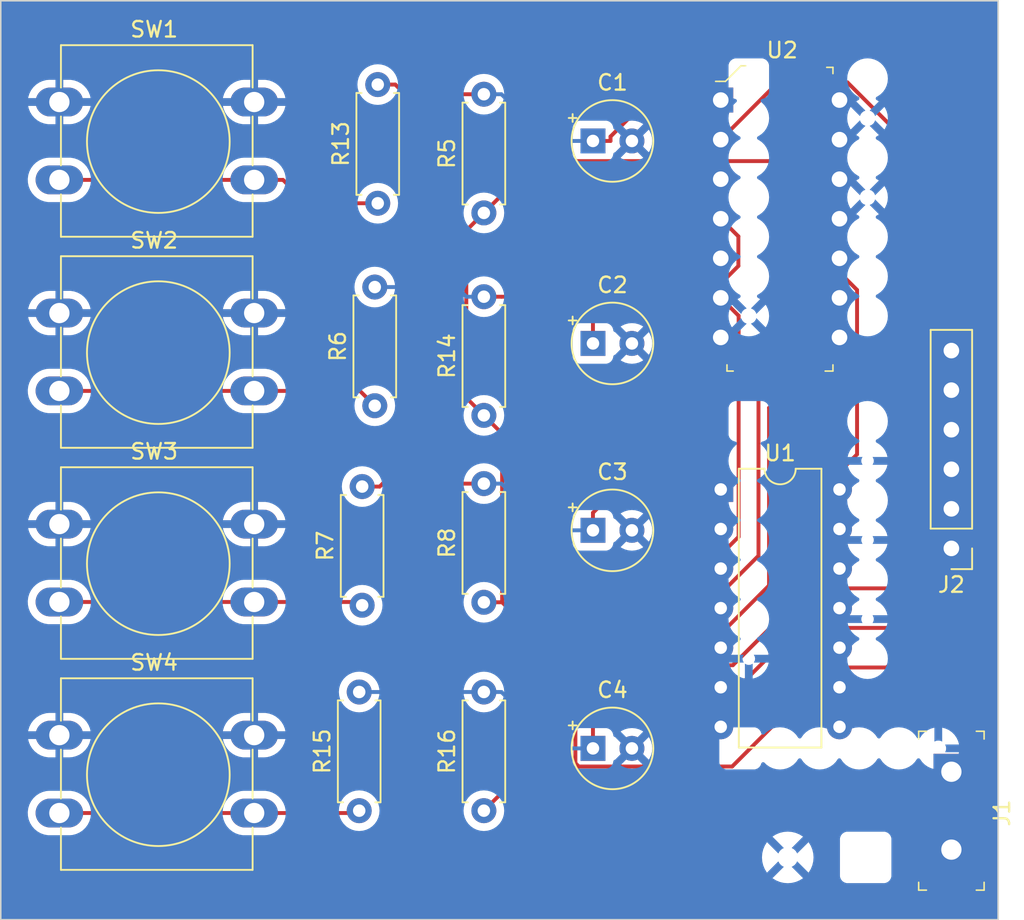
<source format=kicad_pcb>
(kicad_pcb (version 20221018) (generator pcbnew)
  (layers (0 "F.Cu" signal) (31 "B.Cu" power) (34 "B.Paste" user) (35 "F.Paste" user) (36 "B.SilkS" user "B.Silkscreen") (37 "F.SilkS" user "F.Silkscreen") (38 "B.Mask" user) (39 "F.Mask" user) (44 "Edge.Cuts" user))
  (net 0 "")
  (net 1 "GND")
  (net 2 "+5V")
  (net 3 "/SW1")
  (net 4 "/SW2")
  (net 5 "/SW3")
  (net 6 "/SW4")
  (net 7 "Net-(R6-Pad1)")
  (net 8 "Net-(R7-Pad1)")
  (net 9 "Net-(R13-Pad1)")
  (net 10 "Net-(R15-Pad1)")
  (net 12 "/SW3_debounced")
  (net 13 "/SW4_debounced")
  (net 19 "Net-(J2-Pin_1)")
  (net 20 "Net-(U2-2Y)")
  (net 21 "Net-(J2-Pin_2)")
  (net 22 "Net-(J2-Pin_3)")
  (net 23 "Net-(J2-Pin_5)")
  (footprint "Resistor_THT:R_Axial_DIN0207_L6.3mm_D2.5mm_P7.62mm_Horizontal" (layer "F.Cu") (at 75.19 63 90)
    (fp_text reference "R13" (at 3.81 -2.37 90) (layer "F.SilkS"))
    (fp_text value "10k")
    (fp_line (start 0.54 -1.37) (end 7.08 -1.37) (stroke (width 0.12)) (layer "F.SilkS"))
    (fp_line (start 0.54 -1.04) (end 0.54 -1.37) (stroke (width 0.12)) (layer "F.SilkS"))
    (fp_line (start 0.54 1.04) (end 0.54 1.37) (stroke (width 0.12)) (layer "F.SilkS"))
    (fp_line (start 0.54 1.37) (end 7.08 1.37) (stroke (width 0.12)) (layer "F.SilkS"))
    (fp_line (start 7.08 -1.37) (end 7.08 -1.04) (stroke (width 0.12)) (layer "F.SilkS"))
    (fp_line (start 7.08 1.37) (end 7.08 1.04) (stroke (width 0.12)) (layer "F.SilkS"))
    (pad "1" thru_hole circle (at 0 0 90) (size 1.6 1.6) (drill 0.8) (layers "*.Cu" "*.Mask") (net 9 "Net-(R13-Pad1)"))
    (pad "2" thru_hole oval (at 7.62 0 90) (size 1.6 1.6) (drill 0.8) (layers "*.Cu" "*.Mask") (net 3 "/SW1"))
  )
  (footprint "Capacitor_THT:CP_Radial_Tantal_D5.0mm_P2.50mm" (layer "F.Cu") (at 89 84)
    (fp_text reference "C3" (at 1.25 -3.75) (layer "F.SilkS"))
    (fp_text value "1uF")
    (fp_line (start -1.554775 -1.475) (end -1.054775 -1.475) (stroke (width 0.12)) (layer "F.SilkS"))
    (fp_line (start -1.304775 -1.725) (end -1.304775 -1.225) (stroke (width 0.12)) (layer "F.SilkS"))
    (fp_circle (center 1.25 0) (end 3.87 0) (stroke (width 0.12)) (fill none) (layer "F.SilkS"))
    (pad "1" thru_hole rect (at 0 0) (size 1.6 1.6) (drill 0.8) (layers "*.Cu" "*.Mask") (net 5 "/SW3"))
    (pad "2" thru_hole circle (at 2.5 0) (size 1.6 1.6) (drill 0.8) (layers "*.Cu" "*.Mask") (net 1 "GND"))
  )
  (footprint "Connector_PinHeader_2.54mm:PinHeader_1x06_P2.54mm_Vertical" (layer "F.Cu") (at 112 85.16 180)
    (fp_text reference "J2" (at 0 -2.33) (layer "F.SilkS"))
    (fp_text value "Conn_01x06")
    (fp_line (start -1.33 -1.33) (end 0 -1.33) (stroke (width 0.12)) (layer "F.SilkS"))
    (fp_line (start -1.33 0) (end -1.33 -1.33) (stroke (width 0.12)) (layer "F.SilkS"))
    (fp_line (start -1.33 1.27) (end -1.33 14.03) (stroke (width 0.12)) (layer "F.SilkS"))
    (fp_line (start -1.33 1.27) (end 1.33 1.27) (stroke (width 0.12)) (layer "F.SilkS"))
    (fp_line (start -1.33 14.03) (end 1.33 14.03) (stroke (width 0.12)) (layer "F.SilkS"))
    (fp_line (start 1.33 1.27) (end 1.33 14.03) (stroke (width 0.12)) (layer "F.SilkS"))
    (pad "1" thru_hole rect (at 0 0 180) (size 1.7 1.7) (drill 1) (layers "*.Cu" "*.Mask") (net 19 "Net-(J2-Pin_1)"))
    (pad "2" thru_hole oval (at 0 2.54 180) (size 1.7 1.7) (drill 1) (layers "*.Cu" "*.Mask") (net 21 "Net-(J2-Pin_2)"))
    (pad "3" thru_hole oval (at 0 5.08 180) (size 1.7 1.7) (drill 1) (layers "*.Cu" "*.Mask") (net 22 "Net-(J2-Pin_3)"))
    (pad "4" thru_hole oval (at 0 7.62 180) (size 1.7 1.7) (drill 1) (layers "*.Cu" "*.Mask"))
    (pad "5" thru_hole oval (at 0 10.16 180) (size 1.7 1.7) (drill 1) (layers "*.Cu" "*.Mask") (net 23 "Net-(J2-Pin_5)"))
    (pad "6" thru_hole oval (at 0 12.7 180) (size 1.7 1.7) (drill 1) (layers "*.Cu" "*.Mask") (net 1 "GND"))
  )
  (footprint "Capacitor_THT:CP_Radial_Tantal_D5.0mm_P2.50mm" (layer "F.Cu") (at 89 72)
    (fp_text reference "C2" (at 1.25 -3.75) (layer "F.SilkS"))
    (fp_text value "1uF")
    (fp_line (start -1.554775 -1.475) (end -1.054775 -1.475) (stroke (width 0.12)) (layer "F.SilkS"))
    (fp_line (start -1.304775 -1.725) (end -1.304775 -1.225) (stroke (width 0.12)) (layer "F.SilkS"))
    (fp_circle (center 1.25 0) (end 3.87 0) (stroke (width 0.12)) (fill none) (layer "F.SilkS"))
    (pad "1" thru_hole rect (at 0 0) (size 1.6 1.6) (drill 0.8) (layers "*.Cu" "*.Mask") (net 4 "/SW2"))
    (pad "2" thru_hole circle (at 2.5 0) (size 1.6 1.6) (drill 0.8) (layers "*.Cu" "*.Mask") (net 1 "GND"))
  )
  (footprint "Capacitor_THT:CP_Radial_Tantal_D5.0mm_P2.50mm" (layer "F.Cu") (at 89 59)
    (fp_text reference "C1" (at 1.25 -3.75) (layer "F.SilkS"))
    (fp_text value "1uF")
    (fp_line (start -1.554775 -1.475) (end -1.054775 -1.475) (stroke (width 0.12)) (layer "F.SilkS"))
    (fp_line (start -1.304775 -1.725) (end -1.304775 -1.225) (stroke (width 0.12)) (layer "F.SilkS"))
    (fp_circle (center 1.25 0) (end 3.87 0) (stroke (width 0.12)) (fill none) (layer "F.SilkS"))
    (pad "1" thru_hole rect (at 0 0) (size 1.6 1.6) (drill 0.8) (layers "*.Cu" "*.Mask") (net 3 "/SW1"))
    (pad "2" thru_hole circle (at 2.5 0) (size 1.6 1.6) (drill 0.8) (layers "*.Cu" "*.Mask") (net 1 "GND"))
  )
  (footprint "Button_Switch_THT:SW_PUSH-12mm" (layer "F.Cu") (at 54.76 97.15)
    (fp_text reference "SW4" (at 6.08 -4.66) (layer "F.SilkS"))
    (fp_text value "SW_Push")
    (fp_line (start 0.1 -3.65) (end 12.4 -3.65) (stroke (width 0.12)) (layer "F.SilkS"))
    (fp_line (start 0.1 -0.93) (end 0.1 -3.65) (stroke (width 0.12)) (layer "F.SilkS"))
    (fp_line (start 0.1 4.07) (end 0.1 0.93) (stroke (width 0.12)) (layer "F.SilkS"))
    (fp_line (start 0.1 8.65) (end 0.1 5.93) (stroke (width 0.12)) (layer "F.SilkS"))
    (fp_line (start 12.4 -3.65) (end 12.4 -0.93) (stroke (width 0.12)) (layer "F.SilkS"))
    (fp_line (start 12.4 0.93) (end 12.4 4.07) (stroke (width 0.12)) (layer "F.SilkS"))
    (fp_line (start 12.4 5.93) (end 12.4 8.65) (stroke (width 0.12)) (layer "F.SilkS"))
    (fp_line (start 12.4 8.65) (end 0.1 8.65) (stroke (width 0.12)) (layer "F.SilkS"))
    (fp_circle (center 6.35 2.54) (end 10.16 5.08) (stroke (width 0.12)) (fill none) (layer "F.SilkS"))
    (pad "1" thru_hole oval (at 0 0) (size 3.048 1.85) (drill 1.3) (layers "*.Cu" "*.Mask") (net 1 "GND"))
    (pad "1" thru_hole oval (at 12.5 0) (size 3.048 1.85) (drill 1.3) (layers "*.Cu" "*.Mask") (net 1 "GND"))
    (pad "2" thru_hole oval (at 0 5) (size 3.048 1.85) (drill 1.3) (layers "*.Cu" "*.Mask") (net 10 "Net-(R15-Pad1)"))
    (pad "2" thru_hole oval (at 12.5 5) (size 3.048 1.85) (drill 1.3) (layers "*.Cu" "*.Mask") (net 10 "Net-(R15-Pad1)"))
  )
  (footprint "Resistor_THT:R_Axial_DIN0207_L6.3mm_D2.5mm_P7.62mm_Horizontal" (layer "F.Cu") (at 82 76.62 90)
    (fp_text reference "R14" (at 3.81 -2.37 90) (layer "F.SilkS"))
    (fp_text value "100k")
    (fp_line (start 0.54 -1.37) (end 7.08 -1.37) (stroke (width 0.12)) (layer "F.SilkS"))
    (fp_line (start 0.54 -1.04) (end 0.54 -1.37) (stroke (width 0.12)) (layer "F.SilkS"))
    (fp_line (start 0.54 1.04) (end 0.54 1.37) (stroke (width 0.12)) (layer "F.SilkS"))
    (fp_line (start 0.54 1.37) (end 7.08 1.37) (stroke (width 0.12)) (layer "F.SilkS"))
    (fp_line (start 7.08 -1.37) (end 7.08 -1.04) (stroke (width 0.12)) (layer "F.SilkS"))
    (fp_line (start 7.08 1.37) (end 7.08 1.04) (stroke (width 0.12)) (layer "F.SilkS"))
    (pad "1" thru_hole circle (at 0 0 90) (size 1.6 1.6) (drill 0.8) (layers "*.Cu" "*.Mask") (net 2 "+5V"))
    (pad "2" thru_hole oval (at 7.62 0 90) (size 1.6 1.6) (drill 0.8) (layers "*.Cu" "*.Mask") (net 4 "/SW2"))
  )
  (footprint "Package_DIP:DIP-14_W7.62mm" (layer "F.Cu") (at 97.2 81.375)
    (fp_text reference "U1" (at 3.81 -2.33) (layer "F.SilkS"))
    (fp_text value "74LS06")
    (fp_line (start 1.16 -1.33) (end 1.16 16.57) (stroke (width 0.12)) (layer "F.SilkS"))
    (fp_line (start 1.16 16.57) (end 6.46 16.57) (stroke (width 0.12)) (layer "F.SilkS"))
    (fp_line (start 2.81 -1.33) (end 1.16 -1.33) (stroke (width 0.12)) (layer "F.SilkS"))
    (fp_line (start 6.46 -1.33) (end 4.81 -1.33) (stroke (width 0.12)) (layer "F.SilkS"))
    (fp_line (start 6.46 16.57) (end 6.46 -1.33) (stroke (width 0.12)) (layer "F.SilkS"))
    (fp_arc (start 4.81 -1.33) (mid 3.81 -0.33) (end 2.81 -1.33) (stroke (width 0.12)) (layer "F.SilkS"))
    (pad "1" thru_hole rect (at 0 0) (size 1.6 1.6) (drill 0.8) (layers "*.Cu" "*.Mask") (net 20 "Net-(U2-2Y)"))
    (pad "2" thru_hole oval (at 0 2.54) (size 1.6 1.6) (drill 0.8) (layers "*.Cu" "*.Mask") (net 21 "Net-(J2-Pin_2)"))
    (pad "3" thru_hole oval (at 0 5.08) (size 1.6 1.6) (drill 0.8) (layers "*.Cu" "*.Mask") (net 12 "/SW3_debounced"))
    (pad "4" thru_hole oval (at 0 7.62) (size 1.6 1.6) (drill 0.8) (layers "*.Cu" "*.Mask") (net 22 "Net-(J2-Pin_3)"))
    (pad "5" thru_hole oval (at 0 10.16) (size 1.6 1.6) (drill 0.8) (layers "*.Cu" "*.Mask") (net 13 "/SW4_debounced"))
    (pad "6" thru_hole oval (at 0 12.7) (size 1.6 1.6) (drill 0.8) (layers "*.Cu" "*.Mask") (net 23 "Net-(J2-Pin_5)"))
    (pad "7" thru_hole oval (at 0 15.24) (size 1.6 1.6) (drill 0.8) (layers "*.Cu" "*.Mask") (net 1 "GND"))
    (pad "8" thru_hole oval (at 7.62 15.24) (size 1.6 1.6) (drill 0.8) (layers "*.Cu" "*.Mask"))
    (pad "9" thru_hole oval (at 7.62 12.7) (size 1.6 1.6) (drill 0.8) (layers "*.Cu" "*.Mask") (net 1 "GND"))
    (pad "10" thru_hole oval (at 7.62 10.16) (size 1.6 1.6) (drill 0.8) (layers "*.Cu" "*.Mask"))
    (pad "11" thru_hole oval (at 7.62 7.62) (size 1.6 1.6) (drill 0.8) (layers "*.Cu" "*.Mask") (net 1 "GND"))
    (pad "12" thru_hole oval (at 7.62 5.08) (size 1.6 1.6) (drill 0.8) (layers "*.Cu" "*.Mask"))
    (pad "13" thru_hole oval (at 7.62 2.54) (size 1.6 1.6) (drill 0.8) (layers "*.Cu" "*.Mask") (net 1 "GND"))
    (pad "14" thru_hole oval (at 7.62 0) (size 1.6 1.6) (drill 0.8) (layers "*.Cu" "*.Mask") (net 2 "+5V"))
  )
  (footprint "Button_Switch_THT:SW_PUSH-12mm" (layer "F.Cu") (at 54.76 56.5)
    (fp_text reference "SW1" (at 6.08 -4.66) (layer "F.SilkS"))
    (fp_text value "SW_Push")
    (fp_line (start 0.1 -3.65) (end 12.4 -3.65) (stroke (width 0.12)) (layer "F.SilkS"))
    (fp_line (start 0.1 -0.93) (end 0.1 -3.65) (stroke (width 0.12)) (layer "F.SilkS"))
    (fp_line (start 0.1 4.07) (end 0.1 0.93) (stroke (width 0.12)) (layer "F.SilkS"))
    (fp_line (start 0.1 8.65) (end 0.1 5.93) (stroke (width 0.12)) (layer "F.SilkS"))
    (fp_line (start 12.4 -3.65) (end 12.4 -0.93) (stroke (width 0.12)) (layer "F.SilkS"))
    (fp_line (start 12.4 0.93) (end 12.4 4.07) (stroke (width 0.12)) (layer "F.SilkS"))
    (fp_line (start 12.4 5.93) (end 12.4 8.65) (stroke (width 0.12)) (layer "F.SilkS"))
    (fp_line (start 12.4 8.65) (end 0.1 8.65) (stroke (width 0.12)) (layer "F.SilkS"))
    (fp_circle (center 6.35 2.54) (end 10.16 5.08) (stroke (width 0.12)) (fill none) (layer "F.SilkS"))
    (pad "1" thru_hole oval (at 0 0) (size 3.048 1.85) (drill 1.3) (layers "*.Cu" "*.Mask") (net 1 "GND"))
    (pad "1" thru_hole oval (at 12.5 0) (size 3.048 1.85) (drill 1.3) (layers "*.Cu" "*.Mask") (net 1 "GND"))
    (pad "2" thru_hole oval (at 0 5) (size 3.048 1.85) (drill 1.3) (layers "*.Cu" "*.Mask") (net 9 "Net-(R13-Pad1)"))
    (pad "2" thru_hole oval (at 12.5 5) (size 3.048 1.85) (drill 1.3) (layers "*.Cu" "*.Mask") (net 9 "Net-(R13-Pad1)"))
  )
  (footprint "Resistor_THT:R_Axial_DIN0207_L6.3mm_D2.5mm_P7.62mm_Horizontal" (layer "F.Cu") (at 74.19 88.81 90)
    (fp_text reference "R7" (at 3.81 -2.37 90) (layer "F.SilkS"))
    (fp_text value "10k")
    (fp_line (start 0.54 -1.37) (end 7.08 -1.37) (stroke (width 0.12)) (layer "F.SilkS"))
    (fp_line (start 0.54 -1.04) (end 0.54 -1.37) (stroke (width 0.12)) (layer "F.SilkS"))
    (fp_line (start 0.54 1.04) (end 0.54 1.37) (stroke (width 0.12)) (layer "F.SilkS"))
    (fp_line (start 0.54 1.37) (end 7.08 1.37) (stroke (width 0.12)) (layer "F.SilkS"))
    (fp_line (start 7.08 -1.37) (end 7.08 -1.04) (stroke (width 0.12)) (layer "F.SilkS"))
    (fp_line (start 7.08 1.37) (end 7.08 1.04) (stroke (width 0.12)) (layer "F.SilkS"))
    (pad "1" thru_hole circle (at 0 0 90) (size 1.6 1.6) (drill 0.8) (layers "*.Cu" "*.Mask") (net 8 "Net-(R7-Pad1)"))
    (pad "2" thru_hole oval (at 7.62 0 90) (size 1.6 1.6) (drill 0.8) (layers "*.Cu" "*.Mask") (net 5 "/SW3"))
  )
  (footprint "digikey-footprints:Terminal_Block_D1.3mm_P5mm" (layer "F.Cu") (at 112 99.5 -90)
    (fp_text reference "J1" (at 2.65 -3.25 -270) (layer "F.SilkS"))
    (fp_text value "1935161")
    (fp_line (start -2.6 -2.1) (end -2.6 -1.6) (stroke (width 0.1)) (layer "F.SilkS"))
    (fp_line (start -2.6 -2.1) (end -2.1 -2.1) (stroke (width 0.1)) (layer "F.SilkS"))
    (fp_line (start -2.6 2.1) (end -2.6 1.6) (stroke (width 0.1)) (layer "F.SilkS"))
    (fp_line (start -2.6 2.1) (end -2.1 2.1) (stroke (width 0.1)) (layer "F.SilkS"))
    (fp_line (start 7.6 -2.1) (end 7.1 -2.1) (stroke (width 0.1)) (layer "F.SilkS"))
    (fp_line (start 7.6 -2.1) (end 7.6 -1.6) (stroke (width 0.1)) (layer "F.SilkS"))
    (fp_line (start 7.6 2.1) (end 7.1 2.1) (stroke (width 0.1)) (layer "F.SilkS"))
    (fp_line (start 7.6 2.1) (end 7.6 1.6) (stroke (width 0.1)) (layer "F.SilkS"))
    (pad "1" thru_hole rect (at 0 0 270) (size 2.3 2.3) (drill 1.3) (layers "*.Cu" "*.Mask") (net 2 "+5V"))
    (pad "2" thru_hole circle (at 5 0 270) (size 2.3 2.3) (drill 1.3) (layers "*.Cu" "*.Mask") (net 1 "GND"))
  )
  (footprint "Resistor_THT:R_Axial_DIN0207_L6.3mm_D2.5mm_P7.62mm_Horizontal" (layer "F.Cu") (at 82 63.62 90)
    (fp_text reference "R5" (at 3.81 -2.37 90) (layer "F.SilkS"))
    (fp_text value "100k")
    (fp_line (start 0.54 -1.37) (end 7.08 -1.37) (stroke (width 0.12)) (layer "F.SilkS"))
    (fp_line (start 0.54 -1.04) (end 0.54 -1.37) (stroke (width 0.12)) (layer "F.SilkS"))
    (fp_line (start 0.54 1.04) (end 0.54 1.37) (stroke (width 0.12)) (layer "F.SilkS"))
    (fp_line (start 0.54 1.37) (end 7.08 1.37) (stroke (width 0.12)) (layer "F.SilkS"))
    (fp_line (start 7.08 -1.37) (end 7.08 -1.04) (stroke (width 0.12)) (layer "F.SilkS"))
    (fp_line (start 7.08 1.37) (end 7.08 1.04) (stroke (width 0.12)) (layer "F.SilkS"))
    (pad "1" thru_hole circle (at 0 0 90) (size 1.6 1.6) (drill 0.8) (layers "*.Cu" "*.Mask") (net 2 "+5V"))
    (pad "2" thru_hole oval (at 7.62 0 90) (size 1.6 1.6) (drill 0.8) (layers "*.Cu" "*.Mask") (net 3 "/SW1"))
  )
  (footprint "Button_Switch_THT:SW_PUSH-12mm" (layer "F.Cu") (at 54.76 70.05)
    (fp_text reference "SW2" (at 6.08 -4.66) (layer "F.SilkS"))
    (fp_text value "SW_Push")
    (fp_line (start 0.1 -3.65) (end 12.4 -3.65) (stroke (width 0.12)) (layer "F.SilkS"))
    (fp_line (start 0.1 -0.93) (end 0.1 -3.65) (stroke (width 0.12)) (layer "F.SilkS"))
    (fp_line (start 0.1 4.07) (end 0.1 0.93) (stroke (width 0.12)) (layer "F.SilkS"))
    (fp_line (start 0.1 8.65) (end 0.1 5.93) (stroke (width 0.12)) (layer "F.SilkS"))
    (fp_line (start 12.4 -3.65) (end 12.4 -0.93) (stroke (width 0.12)) (layer "F.SilkS"))
    (fp_line (start 12.4 0.93) (end 12.4 4.07) (stroke (width 0.12)) (layer "F.SilkS"))
    (fp_line (start 12.4 5.93) (end 12.4 8.65) (stroke (width 0.12)) (layer "F.SilkS"))
    (fp_line (start 12.4 8.65) (end 0.1 8.65) (stroke (width 0.12)) (layer "F.SilkS"))
    (fp_circle (center 6.35 2.54) (end 10.16 5.08) (stroke (width 0.12)) (fill none) (layer "F.SilkS"))
    (pad "1" thru_hole oval (at 0 0) (size 3.048 1.85) (drill 1.3) (layers "*.Cu" "*.Mask") (net 1 "GND"))
    (pad "1" thru_hole oval (at 12.5 0) (size 3.048 1.85) (drill 1.3) (layers "*.Cu" "*.Mask") (net 1 "GND"))
    (pad "2" thru_hole oval (at 0 5) (size 3.048 1.85) (drill 1.3) (layers "*.Cu" "*.Mask") (net 7 "Net-(R6-Pad1)"))
    (pad "2" thru_hole oval (at 12.5 5) (size 3.048 1.85) (drill 1.3) (layers "*.Cu" "*.Mask") (net 7 "Net-(R6-Pad1)"))
  )
  (footprint "Capacitor_THT:CP_Radial_Tantal_D5.0mm_P2.50mm" (layer "F.Cu") (at 89 98)
    (fp_text reference "C4" (at 1.25 -3.75) (layer "F.SilkS"))
    (fp_text value "1uF")
    (fp_line (start -1.554775 -1.475) (end -1.054775 -1.475) (stroke (width 0.12)) (layer "F.SilkS"))
    (fp_line (start -1.304775 -1.725) (end -1.304775 -1.225) (stroke (width 0.12)) (layer "F.SilkS"))
    (fp_circle (center 1.25 0) (end 3.87 0) (stroke (width 0.12)) (fill none) (layer "F.SilkS"))
    (pad "1" thru_hole rect (at 0 0) (size 1.6 1.6) (drill 0.8) (layers "*.Cu" "*.Mask") (net 6 "/SW4"))
    (pad "2" thru_hole circle (at 2.5 0) (size 1.6 1.6) (drill 0.8) (layers "*.Cu" "*.Mask") (net 1 "GND"))
  )
  (footprint "Resistor_THT:R_Axial_DIN0207_L6.3mm_D2.5mm_P7.62mm_Horizontal" (layer "F.Cu") (at 82 88.62 90)
    (fp_text reference "R8" (at 3.81 -2.37 90) (layer "F.SilkS"))
    (fp_text value "100k")
    (fp_line (start 0.54 -1.37) (end 7.08 -1.37) (stroke (width 0.12)) (layer "F.SilkS"))
    (fp_line (start 0.54 -1.04) (end 0.54 -1.37) (stroke (width 0.12)) (layer "F.SilkS"))
    (fp_line (start 0.54 1.04) (end 0.54 1.37) (stroke (width 0.12)) (layer "F.SilkS"))
    (fp_line (start 0.54 1.37) (end 7.08 1.37) (stroke (width 0.12)) (layer "F.SilkS"))
    (fp_line (start 7.08 -1.37) (end 7.08 -1.04) (stroke (width 0.12)) (layer "F.SilkS"))
    (fp_line (start 7.08 1.37) (end 7.08 1.04) (stroke (width 0.12)) (layer "F.SilkS"))
    (pad "1" thru_hole circle (at 0 0 90) (size 1.6 1.6) (drill 0.8) (layers "*.Cu" "*.Mask") (net 2 "+5V"))
    (pad "2" thru_hole oval (at 7.62 0 90) (size 1.6 1.6) (drill 0.8) (layers "*.Cu" "*.Mask") (net 5 "/SW3"))
  )
  (footprint "digikey-footprints:DIP-14_W3mm" (layer "F.Cu") (at 97.2 56.375)
    (fp_text reference "U2" (at 3.94 -3.2) (layer "F.SilkS"))
    (fp_text value "SN74HC14N")
    (fp_line (start -0.08 -1.2) (end -0.33 -1.2) (stroke (width 0.1)) (layer "F.SilkS"))
    (fp_line (start 0.3 -1.2) (end -0.07 -1.2) (stroke (width 0.1)) (layer "F.SilkS"))
    (fp_line (start 0.4 17) (end 0.4 17.4) (stroke (width 0.1)) (layer "F.SilkS"))
    (fp_line (start 0.4 17.4) (end 0.8 17.4) (stroke (width 0.1)) (layer "F.SilkS"))
    (fp_line (start 1.3 -2.2) (end 0.3 -1.2) (stroke (width 0.1)) (layer "F.SilkS"))
    (fp_line (start 1.6 -2.2) (end 1.3 -2.2) (stroke (width 0.1)) (layer "F.SilkS"))
    (fp_line (start 6.7 17.4) (end 7.2 17.4) (stroke (width 0.1)) (layer "F.SilkS"))
    (fp_line (start 7.2 -2.1) (end 6.8 -2.1) (stroke (width 0.1)) (layer "F.SilkS"))
    (fp_line (start 7.2 -1.7) (end 7.2 -2.1) (stroke (width 0.1)) (layer "F.SilkS"))
    (fp_line (start 7.2 17.4) (end 7.2 17) (stroke (width 0.1)) (layer "F.SilkS"))
    (pad "1" thru_hole rect (at 0 0) (size 1.6 1.6) (drill 1) (layers "*.Cu" "*.Mask") (net 3 "/SW1"))
    (pad "2" thru_hole circle (at 0 2.54) (size 1.6 1.6) (drill 1) (layers "*.Cu" "*.Mask") (net 19 "Net-(J2-Pin_1)"))
    (pad "3" thru_hole circle (at 0 5.08) (size 1.6 1.6) (drill 1) (layers "*.Cu" "*.Mask") (net 4 "/SW2"))
    (pad "4" thru_hole circle (at 0 7.62) (size 1.6 1.6) (drill 1) (layers "*.Cu" "*.Mask") (net 20 "Net-(U2-2Y)"))
    (pad "5" thru_hole circle (at 0 10.16) (size 1.6 1.6) (drill 1) (layers "*.Cu" "*.Mask") (net 5 "/SW3"))
    (pad "6" thru_hole circle (at 0 12.7) (size 1.6 1.6) (drill 1) (layers "*.Cu" "*.Mask") (net 12 "/SW3_debounced"))
    (pad "7" thru_hole circle (at 0 15.24) (size 1.6 1.6) (drill 1) (layers "*.Cu" "*.Mask") (net 1 "GND"))
    (pad "8" thru_hole circle (at 7.62 15.24) (size 1.6 1.6) (drill 1) (layers "*.Cu" "*.Mask") (net 13 "/SW4_debounced"))
    (pad "9" thru_hole circle (at 7.62 12.7) (size 1.6 1.6) (drill 1) (layers "*.Cu" "*.Mask") (net 6 "/SW4"))
    (pad "10" thru_hole circle (at 7.62 10.16) (size 1.6 1.6) (drill 1) (layers "*.Cu" "*.Mask"))
    (pad "11" thru_hole circle (at 7.62 7.62) (size 1.6 1.6) (drill 1) (layers "*.Cu" "*.Mask") (net 1 "GND"))
    (pad "12" thru_hole circle (at 7.62 5.08) (size 1.6 1.6) (drill 1) (layers "*.Cu" "*.Mask"))
    (pad "13" thru_hole circle (at 7.62 2.54) (size 1.6 1.6) (drill 1) (layers "*.Cu" "*.Mask") (net 1 "GND"))
    (pad "14" thru_hole circle (at 7.62 0) (size 1.6 1.6) (drill 1) (layers "*.Cu" "*.Mask") (net 2 "+5V"))
  )
  (footprint "Resistor_THT:R_Axial_DIN0207_L6.3mm_D2.5mm_P7.62mm_Horizontal" (layer "F.Cu") (at 82 102 90)
    (fp_text reference "R16" (at 3.81 -2.37 90) (layer "F.SilkS"))
    (fp_text value "100k")
    (fp_line (start 0.54 -1.37) (end 7.08 -1.37) (stroke (width 0.12)) (layer "F.SilkS"))
    (fp_line (start 0.54 -1.04) (end 0.54 -1.37) (stroke (width 0.12)) (layer "F.SilkS"))
    (fp_line (start 0.54 1.04) (end 0.54 1.37) (stroke (width 0.12)) (layer "F.SilkS"))
    (fp_line (start 0.54 1.37) (end 7.08 1.37) (stroke (width 0.12)) (layer "F.SilkS"))
    (fp_line (start 7.08 -1.37) (end 7.08 -1.04) (stroke (width 0.12)) (layer "F.SilkS"))
    (fp_line (start 7.08 1.37) (end 7.08 1.04) (stroke (width 0.12)) (layer "F.SilkS"))
    (pad "1" thru_hole circle (at 0 0 90) (size 1.6 1.6) (drill 0.8) (layers "*.Cu" "*.Mask") (net 2 "+5V"))
    (pad "2" thru_hole oval (at 7.62 0 90) (size 1.6 1.6) (drill 0.8) (layers "*.Cu" "*.Mask") (net 6 "/SW4"))
  )
  (footprint "Resistor_THT:R_Axial_DIN0207_L6.3mm_D2.5mm_P7.62mm_Horizontal" (layer "F.Cu") (at 75 76 90)
    (fp_text reference "R6" (at 3.81 -2.37 90) (layer "F.SilkS"))
    (fp_text value "10k")
    (fp_line (start 0.54 -1.37) (end 7.08 -1.37) (stroke (width 0.12)) (layer "F.SilkS"))
    (fp_line (start 0.54 -1.04) (end 0.54 -1.37) (stroke (width 0.12)) (layer "F.SilkS"))
    (fp_line (start 0.54 1.04) (end 0.54 1.37) (stroke (width 0.12)) (layer "F.SilkS"))
    (fp_line (start 0.54 1.37) (end 7.08 1.37) (stroke (width 0.12)) (layer "F.SilkS"))
    (fp_line (start 7.08 -1.37) (end 7.08 -1.04) (stroke (width 0.12)) (layer "F.SilkS"))
    (fp_line (start 7.08 1.37) (end 7.08 1.04) (stroke (width 0.12)) (layer "F.SilkS"))
    (pad "1" thru_hole circle (at 0 0 90) (size 1.6 1.6) (drill 0.8) (layers "*.Cu" "*.Mask") (net 7 "Net-(R6-Pad1)"))
    (pad "2" thru_hole oval (at 7.62 0 90) (size 1.6 1.6) (drill 0.8) (layers "*.Cu" "*.Mask") (net 4 "/SW2"))
  )
  (footprint "Button_Switch_THT:SW_PUSH-12mm" (layer "F.Cu") (at 54.76 83.6)
    (fp_text reference "SW3" (at 6.08 -4.66) (layer "F.SilkS"))
    (fp_text value "SW_Push")
    (fp_line (start 0.1 -3.65) (end 12.4 -3.65) (stroke (width 0.12)) (layer "F.SilkS"))
    (fp_line (start 0.1 -0.93) (end 0.1 -3.65) (stroke (width 0.12)) (layer "F.SilkS"))
    (fp_line (start 0.1 4.07) (end 0.1 0.93) (stroke (width 0.12)) (layer "F.SilkS"))
    (fp_line (start 0.1 8.65) (end 0.1 5.93) (stroke (width 0.12)) (layer "F.SilkS"))
    (fp_line (start 12.4 -3.65) (end 12.4 -0.93) (stroke (width 0.12)) (layer "F.SilkS"))
    (fp_line (start 12.4 0.93) (end 12.4 4.07) (stroke (width 0.12)) (layer "F.SilkS"))
    (fp_line (start 12.4 5.93) (end 12.4 8.65) (stroke (width 0.12)) (layer "F.SilkS"))
    (fp_line (start 12.4 8.65) (end 0.1 8.65) (stroke (width 0.12)) (layer "F.SilkS"))
    (fp_circle (center 6.35 2.54) (end 10.16 5.08) (stroke (width 0.12)) (fill none) (layer "F.SilkS"))
    (pad "1" thru_hole oval (at 0 0) (size 3.048 1.85) (drill 1.3) (layers "*.Cu" "*.Mask") (net 1 "GND"))
    (pad "1" thru_hole oval (at 12.5 0) (size 3.048 1.85) (drill 1.3) (layers "*.Cu" "*.Mask") (net 1 "GND"))
    (pad "2" thru_hole oval (at 0 5) (size 3.048 1.85) (drill 1.3) (layers "*.Cu" "*.Mask") (net 8 "Net-(R7-Pad1)"))
    (pad "2" thru_hole oval (at 12.5 5) (size 3.048 1.85) (drill 1.3) (layers "*.Cu" "*.Mask") (net 8 "Net-(R7-Pad1)"))
  )
  (footprint "Resistor_THT:R_Axial_DIN0207_L6.3mm_D2.5mm_P7.62mm_Horizontal" (layer "F.Cu") (at 74 102 90)
    (fp_text reference "R15" (at 3.81 -2.37 90) (layer "F.SilkS"))
    (fp_text value "10k")
    (fp_line (start 0.54 -1.37) (end 7.08 -1.37) (stroke (width 0.12)) (layer "F.SilkS"))
    (fp_line (start 0.54 -1.04) (end 0.54 -1.37) (stroke (width 0.12)) (layer "F.SilkS"))
    (fp_line (start 0.54 1.04) (end 0.54 1.37) (stroke (width 0.12)) (layer "F.SilkS"))
    (fp_line (start 0.54 1.37) (end 7.08 1.37) (stroke (width 0.12)) (layer "F.SilkS"))
    (fp_line (start 7.08 -1.37) (end 7.08 -1.04) (stroke (width 0.12)) (layer "F.SilkS"))
    (fp_line (start 7.08 1.37) (end 7.08 1.04) (stroke (width 0.12)) (layer "F.SilkS"))
    (pad "1" thru_hole circle (at 0 0 90) (size 1.6 1.6) (drill 0.8) (layers "*.Cu" "*.Mask") (net 10 "Net-(R15-Pad1)"))
    (pad "2" thru_hole oval (at 7.62 0 90) (size 1.6 1.6) (drill 0.8) (layers "*.Cu" "*.Mask") (net 6 "/SW4"))
  )
  (gr_rect (start 51 50) (end 115 109) (stroke (width 0.1)) (fill none) (layer "Edge.Cuts"))
  (segment (start 101.3444 64.7121) (end 104.4373 67.805) (width 0.25) (layer "F.Cu") (net 2))
  (segment (start 104.82 81.375) (end 104.82 80.2481) (width 0.25) (layer "F.Cu") (net 2))
  (segment (start 80.8723 64.7477) (end 80.8723 75.4923) (width 0.25) (layer "F.Cu") (net 2))
  (segment (start 105.1852 67.805) (end 105.9472 68.567) (width 0.25) (layer "F.Cu") (net 2))
  (segment (start 101.3444 60.2923) (end 101.3444 64.7121) (width 0.25) (layer "F.Cu") (net 2))
  (segment (start 104.4373 67.805) (end 105.1852 67.805) (width 0.25) (layer "F.Cu") (net 2))
  (segment (start 101.3444 59.8506) (end 101.3444 60.2923) (width 0.25) (layer "F.Cu") (net 2))
  (segment (start 84.5 99.5) (end 82 102) (width 0.25) (layer "F.Cu") (net 2))
  (segment (start 84.6704 99.6704) (end 110.3527 99.6704) (width 0.25) (layer "F.Cu") (net 2))
  (segment (start 112 99.5) (end 110.5231 99.5) (width 0.25) (layer "F.Cu") (net 2))
  (segment (start 105.9472 79.1209) (end 104.82 80.2481) (width 0.25) (layer "F.Cu") (net 2))
  (segment (start 110.3527 99.6704) (end 110.5231 99.5) (width 0.25) (layer "F.Cu") (net 2))
  (segment (start 84.5 99.5) (end 84.6704 99.6704) (width 0.25) (layer "F.Cu") (net 2))
  (segment (start 85.3277 60.2923) (end 82 63.62) (width 0.25) (layer "F.Cu") (net 2))
  (segment (start 84.5 99.5) (end 84.5 89.9481) (width 0.25) (layer "F.Cu") (net 2))
  (segment (start 83.1719 77.7919) (end 82 76.62) (width 0.25) (layer "F.Cu") (net 2))
  (segment (start 105.9472 68.567) (end 105.9472 79.1209) (width 0.25) (layer "F.Cu") (net 2))
  (segment (start 80.8723 75.4923) (end 82 76.62) (width 0.25) (layer "F.Cu") (net 2))
  (segment (start 84.5 89.9481) (end 83.1719 88.62) (width 0.25) (layer "F.Cu") (net 2))
  (segment (start 104.82 56.375) (end 101.3444 59.8506) (width 0.25) (layer "F.Cu") (net 2))
  (segment (start 82 63.62) (end 80.8723 64.7477) (width 0.25) (layer "F.Cu") (net 2))
  (segment (start 83.1719 88.62) (end 83.1719 77.7919) (width 0.25) (layer "F.Cu") (net 2))
  (segment (start 83.1719 88.62) (end 82 88.62) (width 0.25) (layer "F.Cu") (net 2))
  (segment (start 101.3444 60.2923) (end 85.3277 60.2923) (width 0.25) (layer "F.Cu") (net 2))
  (segment (start 97.2 56.375) (end 92.4702 56.375) (width 0.25) (layer "F.Cu") (net 3))
  (segment (start 92.4702 56.375) (end 90.1269 58.7183) (width 0.25) (layer "F.Cu") (net 3))
  (segment (start 90.1269 58.7183) (end 90.1269 59) (width 0.25) (layer "F.Cu") (net 3))
  (segment (start 75.19 55.38) (end 76.3169 55.38) (width 0.25) (layer "F.Cu") (net 3))
  (segment (start 76.9369 56) (end 76.3169 55.38) (width 0.25) (layer "F.Cu") (net 3))
  (segment (start 89 59) (end 90.1269 59) (width 0.25) (layer "F.Cu") (net 3))
  (segment (start 82 56) (end 76.9369 56) (width 0.25) (layer "F.Cu") (net 3))
  (segment (start 82 56) (end 83.1269 56) (width 0.25) (layer "B.Cu") (net 3))
  (segment (start 86.1269 59) (end 83.1269 56) (width 0.25) (layer "B.Cu") (net 3))
  (segment (start 89 59) (end 86.1269 59) (width 0.25) (layer "B.Cu") (net 3))
  (segment (start 97.2 61.455) (end 89.655 69) (width 0.25) (layer "F.Cu") (net 4))
  (segment (start 89 69) (end 89 72) (width 0.25) (layer "F.Cu") (net 4))
  (segment (start 89 69) (end 83.1269 69) (width 0.25) (layer "F.Cu") (net 4))
  (segment (start 89.655 69) (end 89 69) (width 0.25) (layer "F.Cu") (net 4))
  (segment (start 82 69) (end 83.1269 69) (width 0.25) (layer "F.Cu") (net 4))
  (segment (start 80.2531 68.38) (end 80.8731 69) (width 0.25) (layer "B.Cu") (net 4))
  (segment (start 75 68.38) (end 80.2531 68.38) (width 0.25) (layer "B.Cu") (net 4))
  (segment (start 82 69) (end 80.8731 69) (width 0.25) (layer "B.Cu") (net 4))
  (segment (start 74.19 81.19) (end 75.3169 81.19) (width 0.25) (layer "F.Cu") (net 5))
  (segment (start 97.2 66.535) (end 93.1802 70.5548) (width 0.25) (layer "F.Cu") (net 5))
  (segment (start 82 81) (end 75.5069 81) (width 0.25) (layer "F.Cu") (net 5))
  (segment (start 89 84) (end 89 82.8731) (width 0.25) (layer "F.Cu") (net 5))
  (segment (start 93.1802 78.6929) (end 89 82.8731) (width 0.25) (layer "F.Cu") (net 5))
  (segment (start 75.5069 81) (end 75.3169 81.19) (width 0.25) (layer "F.Cu") (net 5))
  (segment (start 93.1802 70.5548) (end 93.1802 78.6929) (width 0.25) (layer "F.Cu") (net 5))
  (segment (start 86.1269 84) (end 83.1269 81) (width 0.25) (layer "B.Cu") (net 5))
  (segment (start 82 81) (end 83.1269 81) (width 0.25) (layer "B.Cu") (net 5))
  (segment (start 89 84) (end 86.1269 84) (width 0.25) (layer "B.Cu") (net 5))
  (segment (start 89 95.5372) (end 89 98) (width 0.25) (layer "F.Cu") (net 6))
  (segment (start 99.6227 74.2723) (end 99.6227 85.6312) (width 0.25) (layer "F.Cu") (net 6))
  (segment (start 99.6227 85.6312) (end 97.5289 87.725) (width 0.25) (layer "F.Cu") (net 6))
  (segment (start 96.8122 87.725) (end 89 95.5372) (width 0.25) (layer "F.Cu") (net 6))
  (segment (start 97.5289 87.725) (end 96.8122 87.725) (width 0.25) (layer "F.Cu") (net 6))
  (segment (start 104.82 69.075) (end 99.6227 74.2723) (width 0.25) (layer "F.Cu") (net 6))
  (segment (start 89 98) (end 86.7469 98) (width 0.25) (layer "B.Cu") (net 6))
  (segment (start 86.7469 98) (end 83.1269 94.38) (width 0.25) (layer "B.Cu") (net 6))
  (segment (start 82 94.38) (end 83.1269 94.38) (width 0.25) (layer "B.Cu") (net 6))
  (segment (start 74 94.38) (end 82 94.38) (width 0.25) (layer "B.Cu") (net 6))
  (segment (start 74.05 75.05) (end 67.26 75.05) (width 0.25) (layer "F.Cu") (net 7))
  (segment (start 67.26 75.05) (end 54.76 75.05) (width 0.25) (layer "F.Cu") (net 7))
  (segment (start 75 76) (end 74.05 75.05) (width 0.25) (layer "F.Cu") (net 7))
  (segment (start 74.19 88.81) (end 73.98 88.6) (width 0.25) (layer "F.Cu") (net 8))
  (segment (start 67.26 88.6) (end 54.76 88.6) (width 0.25) (layer "F.Cu") (net 8))
  (segment (start 73.98 88.6) (end 67.26 88.6) (width 0.25) (layer "F.Cu") (net 8))
  (segment (start 69.1109 61.5) (end 70.6109 63) (width 0.25) (layer "F.Cu") (net 9))
  (segment (start 67.26 61.5) (end 69.1109 61.5) (width 0.25) (layer "F.Cu") (net 9))
  (segment (start 70.6109 63) (end 75.19 63) (width 0.25) (layer "F.Cu") (net 9))
  (segment (start 54.76 61.5) (end 67.26 61.5) (width 0.25) (layer "F.Cu") (net 9))
  (segment (start 73.85 102.15) (end 74 102) (width 0.25) (layer "F.Cu") (net 10))
  (segment (start 54.76 102.15) (end 67.26 102.15) (width 0.25) (layer "F.Cu") (net 10))
  (segment (start 67.26 102.15) (end 73.85 102.15) (width 0.25) (layer "F.Cu") (net 10))
  (segment (start 97.2 69.075) (end 98.3479 70.2229) (width 0.25) (layer "F.Cu") (net 12))
  (segment (start 97.2 86.455) (end 97.2 85.3281) (width 0.25) (layer "F.Cu") (net 12))
  (segment (start 98.3479 84.4137) (end 97.4335 85.3281) (width 0.25) (layer "F.Cu") (net 12))
  (segment (start 97.4335 85.3281) (end 97.2 85.3281) (width 0.25) (layer "F.Cu") (net 12))
  (segment (start 98.3479 70.2229) (end 98.3479 84.4137) (width 0.25) (layer "F.Cu") (net 12))
  (segment (start 100.2997 76.1353) (end 100.2997 87.5419) (width 0.25) (layer "F.Cu") (net 13))
  (segment (start 100.2997 87.5419) (end 97.4335 90.4081) (width 0.25) (layer "F.Cu") (net 13))
  (segment (start 104.82 71.615) (end 100.2997 76.1353) (width 0.25) (layer "F.Cu") (net 13))
  (segment (start 97.2 91.535) (end 97.2 90.4081) (width 0.25) (layer "F.Cu") (net 13))
  (segment (start 97.4335 90.4081) (end 97.2 90.4081) (width 0.25) (layer "F.Cu") (net 13))
  (segment (start 110.3697 60.2807) (end 110.3697 82.7207) (width 0.25) (layer "F.Cu") (net 19))
  (segment (start 110.3697 82.7207) (end 111.6321 83.9831) (width 0.25) (layer "F.Cu") (net 19))
  (segment (start 105.335 55.246) (end 110.3697 60.2807) (width 0.25) (layer "F.Cu") (net 19))
  (segment (start 111.6321 83.9831) (end 112 83.9831) (width 0.25) (layer "F.Cu") (net 19))
  (segment (start 97.2 58.915) (end 100.869 55.246) (width 0.25) (layer "F.Cu") (net 19))
  (segment (start 112 85.16) (end 112 83.9831) (width 0.25) (layer "F.Cu") (net 19))
  (segment (start 100.869 55.246) (end 105.335 55.246) (width 0.25) (layer "F.Cu") (net 19))
  (segment (start 97.2 81.375) (end 97.2 80.2481) (width 0.25) (layer "F.Cu") (net 20))
  (segment (start 96.0731 68.5584) (end 96.0731 79.1212) (width 0.25) (layer "F.Cu") (net 20))
  (segment (start 97.4103 67.9481) (end 96.6834 67.9481) (width 0.25) (layer "F.Cu") (net 20))
  (segment (start 96.0731 79.1212) (end 97.2 80.2481) (width 0.25) (layer "F.Cu") (net 20))
  (segment (start 98.3317 65.1267) (end 98.3317 67.0267) (width 0.25) (layer "F.Cu") (net 20))
  (segment (start 98.3317 67.0267) (end 97.4103 67.9481) (width 0.25) (layer "F.Cu") (net 20))
  (segment (start 97.2 63.995) (end 98.3317 65.1267) (width 0.25) (layer "F.Cu") (net 20))
  (segment (start 96.6834 67.9481) (end 96.0731 68.5584) (width 0.25) (layer "F.Cu") (net 20))
  (segment (start 110.8231 81.4431) (end 112 82.62) (width 0.25) (layer "F.Cu") (net 21))
  (segment (start 107.8478 92.805) (end 114.1054 86.5474) (width 0.25) (layer "F.Cu") (net 21))
  (segment (start 112.4823 73.8175) (end 111.4253 73.8175) (width 0.25) (layer "F.Cu") (net 21))
  (segment (start 87.8731 98.9473) (end 88.0881 99.1623) (width 0.25) (layer "F.Cu") (net 21))
  (segment (start 87.8731 93.2419) (end 87.8731 98.9473) (width 0.25) (layer "F.Cu") (net 21))
  (segment (start 114.1054 86.5474) (end 114.1054 75.4406) (width 0.25) (layer "F.Cu") (net 21))
  (segment (start 97.9325 99.1623) (end 104.2898 92.805) (width 0.25) (layer "F.Cu") (net 21))
  (segment (start 110.8231 74.4197) (end 110.8231 81.4431) (width 0.25) (layer "F.Cu") (net 21))
  (segment (start 104.2898 92.805) (end 107.8478 92.805) (width 0.25) (layer "F.Cu") (net 21))
  (segment (start 111.4253 73.8175) (end 110.8231 74.4197) (width 0.25) (layer "F.Cu") (net 21))
  (segment (start 88.0881 99.1623) (end 97.9325 99.1623) (width 0.25) (layer "F.Cu") (net 21))
  (segment (start 114.1054 75.4406) (end 112.4823 73.8175) (width 0.25) (layer "F.Cu") (net 21))
  (segment (start 97.2 83.915) (end 87.8731 93.2419) (width 0.25) (layer "F.Cu") (net 21))
  (segment (start 96.7248 92.6621) (end 96.0591 91.9964) (width 0.25) (layer "F.Cu") (net 22))
  (segment (start 97.9738 92.6621) (end 96.7248 92.6621) (width 0.25) (layer "F.Cu") (net 22))
  (segment (start 96.0591 91.9964) (end 96.0591 90.1359) (width 0.25) (layer "F.Cu") (net 22))
  (segment (start 112 80.08) (end 112 81.2569) (width 0.25) (layer "F.Cu") (net 22))
  (segment (start 113.1769 86.1454) (end 111.5973 87.725) (width 0.25) (layer "F.Cu") (net 22))
  (segment (start 111.5973 87.725) (end 102.9109 87.725) (width 0.25) (layer "F.Cu") (net 22))
  (segment (start 112.3679 81.2569) (end 113.1769 82.0659) (width 0.25) (layer "F.Cu") (net 22))
  (segment (start 112 81.2569) (end 112.3679 81.2569) (width 0.25) (layer "F.Cu") (net 22))
  (segment (start 102.9109 87.725) (end 97.9738 92.6621) (width 0.25) (layer "F.Cu") (net 22))
  (segment (start 113.1769 82.0659) (end 113.1769 86.1454) (width 0.25) (layer "F.Cu") (net 22))
  (segment (start 96.0591 90.1359) (end 97.2 88.995) (width 0.25) (layer "F.Cu") (net 22))
  (segment (start 112 75) (end 112 76.1769) (width 0.25) (layer "F.Cu") (net 23))
  (segment (start 97.2 94.075) (end 98.3269 94.075) (width 0.25) (layer "F.Cu") (net 23))
  (segment (start 102.1369 90.265) (end 98.3269 94.075) (width 0.25) (layer "F.Cu") (net 23))
  (segment (start 113.6535 77.4625) (end 113.6535 86.3602) (width 0.25) (layer "F.Cu") (net 23))
  (segment (start 113.6535 86.3602) (end 109.7487 90.265) (width 0.25) (layer "F.Cu") (net 23))
  (segment (start 112 76.1769) (end 112.3679 76.1769) (width 0.25) (layer "F.Cu") (net 23))
  (segment (start 112.3679 76.1769) (end 113.6535 77.4625) (width 0.25) (layer "F.Cu") (net 23))
  (segment (start 109.7487 90.265) (end 102.1369 90.265) (width 0.25) (layer "F.Cu") (net 23))
  (zone (net 1) (net_name "GND") (layer "B.Cu") (connect_pads (clearance 0.5)) (min_thickness 0.25) (fill yes (thermal_gap 0.5) (thermal_bridge_width 0.5))
    (polygon (pts (xy 51 50) (xy 115 50) (xy 115 109) (xy 51 109)))
  )
)
</source>
